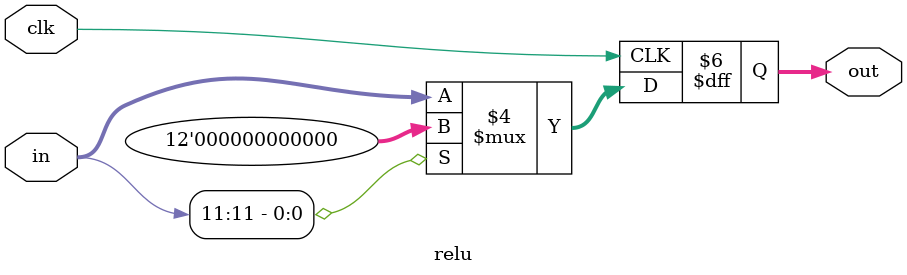
<source format=v>
module relu (
    input clk,
    input [11:0] in,
    output reg [11:0] out
);
    always @ (posedge clk) begin
        if (in[11] == 1'b1) begin
            out <= 12'b000000000000;
        end else begin
            out <= in;
        end
    end
endmodule

</source>
